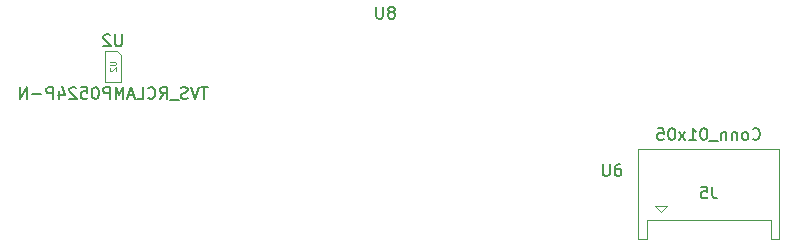
<source format=gbr>
G04 #@! TF.GenerationSoftware,KiCad,Pcbnew,7.0.9*
G04 #@! TF.CreationDate,2023-12-20T17:33:18-07:00*
G04 #@! TF.ProjectId,vb_controller_pcb,76625f63-6f6e-4747-926f-6c6c65725f70,4a*
G04 #@! TF.SameCoordinates,Original*
G04 #@! TF.FileFunction,AssemblyDrawing,Bot*
%FSLAX46Y46*%
G04 Gerber Fmt 4.6, Leading zero omitted, Abs format (unit mm)*
G04 Created by KiCad (PCBNEW 7.0.9) date 2023-12-20 17:33:18*
%MOMM*%
%LPD*%
G01*
G04 APERTURE LIST*
%ADD10C,0.150000*%
%ADD11C,0.075000*%
%ADD12C,0.100000*%
G04 APERTURE END LIST*
D10*
X172942590Y-144049819D02*
X172942590Y-144859342D01*
X172942590Y-144859342D02*
X172990209Y-144954580D01*
X172990209Y-144954580D02*
X173037828Y-145002200D01*
X173037828Y-145002200D02*
X173133066Y-145049819D01*
X173133066Y-145049819D02*
X173323542Y-145049819D01*
X173323542Y-145049819D02*
X173418780Y-145002200D01*
X173418780Y-145002200D02*
X173466399Y-144954580D01*
X173466399Y-144954580D02*
X173514018Y-144859342D01*
X173514018Y-144859342D02*
X173514018Y-144049819D01*
X174418780Y-144049819D02*
X174228304Y-144049819D01*
X174228304Y-144049819D02*
X174133066Y-144097438D01*
X174133066Y-144097438D02*
X174085447Y-144145057D01*
X174085447Y-144145057D02*
X173990209Y-144287914D01*
X173990209Y-144287914D02*
X173942590Y-144478390D01*
X173942590Y-144478390D02*
X173942590Y-144859342D01*
X173942590Y-144859342D02*
X173990209Y-144954580D01*
X173990209Y-144954580D02*
X174037828Y-145002200D01*
X174037828Y-145002200D02*
X174133066Y-145049819D01*
X174133066Y-145049819D02*
X174323542Y-145049819D01*
X174323542Y-145049819D02*
X174418780Y-145002200D01*
X174418780Y-145002200D02*
X174466399Y-144954580D01*
X174466399Y-144954580D02*
X174514018Y-144859342D01*
X174514018Y-144859342D02*
X174514018Y-144621247D01*
X174514018Y-144621247D02*
X174466399Y-144526009D01*
X174466399Y-144526009D02*
X174418780Y-144478390D01*
X174418780Y-144478390D02*
X174323542Y-144430771D01*
X174323542Y-144430771D02*
X174133066Y-144430771D01*
X174133066Y-144430771D02*
X174037828Y-144478390D01*
X174037828Y-144478390D02*
X173990209Y-144526009D01*
X173990209Y-144526009D02*
X173942590Y-144621247D01*
X153768095Y-130734819D02*
X153768095Y-131544342D01*
X153768095Y-131544342D02*
X153815714Y-131639580D01*
X153815714Y-131639580D02*
X153863333Y-131687200D01*
X153863333Y-131687200D02*
X153958571Y-131734819D01*
X153958571Y-131734819D02*
X154149047Y-131734819D01*
X154149047Y-131734819D02*
X154244285Y-131687200D01*
X154244285Y-131687200D02*
X154291904Y-131639580D01*
X154291904Y-131639580D02*
X154339523Y-131544342D01*
X154339523Y-131544342D02*
X154339523Y-130734819D01*
X154958571Y-131163390D02*
X154863333Y-131115771D01*
X154863333Y-131115771D02*
X154815714Y-131068152D01*
X154815714Y-131068152D02*
X154768095Y-130972914D01*
X154768095Y-130972914D02*
X154768095Y-130925295D01*
X154768095Y-130925295D02*
X154815714Y-130830057D01*
X154815714Y-130830057D02*
X154863333Y-130782438D01*
X154863333Y-130782438D02*
X154958571Y-130734819D01*
X154958571Y-130734819D02*
X155149047Y-130734819D01*
X155149047Y-130734819D02*
X155244285Y-130782438D01*
X155244285Y-130782438D02*
X155291904Y-130830057D01*
X155291904Y-130830057D02*
X155339523Y-130925295D01*
X155339523Y-130925295D02*
X155339523Y-130972914D01*
X155339523Y-130972914D02*
X155291904Y-131068152D01*
X155291904Y-131068152D02*
X155244285Y-131115771D01*
X155244285Y-131115771D02*
X155149047Y-131163390D01*
X155149047Y-131163390D02*
X154958571Y-131163390D01*
X154958571Y-131163390D02*
X154863333Y-131211009D01*
X154863333Y-131211009D02*
X154815714Y-131258628D01*
X154815714Y-131258628D02*
X154768095Y-131353866D01*
X154768095Y-131353866D02*
X154768095Y-131544342D01*
X154768095Y-131544342D02*
X154815714Y-131639580D01*
X154815714Y-131639580D02*
X154863333Y-131687200D01*
X154863333Y-131687200D02*
X154958571Y-131734819D01*
X154958571Y-131734819D02*
X155149047Y-131734819D01*
X155149047Y-131734819D02*
X155244285Y-131687200D01*
X155244285Y-131687200D02*
X155291904Y-131639580D01*
X155291904Y-131639580D02*
X155339523Y-131544342D01*
X155339523Y-131544342D02*
X155339523Y-131353866D01*
X155339523Y-131353866D02*
X155291904Y-131258628D01*
X155291904Y-131258628D02*
X155244285Y-131211009D01*
X155244285Y-131211009D02*
X155149047Y-131163390D01*
X132236904Y-133054819D02*
X132236904Y-133864342D01*
X132236904Y-133864342D02*
X132189285Y-133959580D01*
X132189285Y-133959580D02*
X132141666Y-134007200D01*
X132141666Y-134007200D02*
X132046428Y-134054819D01*
X132046428Y-134054819D02*
X131855952Y-134054819D01*
X131855952Y-134054819D02*
X131760714Y-134007200D01*
X131760714Y-134007200D02*
X131713095Y-133959580D01*
X131713095Y-133959580D02*
X131665476Y-133864342D01*
X131665476Y-133864342D02*
X131665476Y-133054819D01*
X131236904Y-133150057D02*
X131189285Y-133102438D01*
X131189285Y-133102438D02*
X131094047Y-133054819D01*
X131094047Y-133054819D02*
X130855952Y-133054819D01*
X130855952Y-133054819D02*
X130760714Y-133102438D01*
X130760714Y-133102438D02*
X130713095Y-133150057D01*
X130713095Y-133150057D02*
X130665476Y-133245295D01*
X130665476Y-133245295D02*
X130665476Y-133340533D01*
X130665476Y-133340533D02*
X130713095Y-133483390D01*
X130713095Y-133483390D02*
X131284523Y-134054819D01*
X131284523Y-134054819D02*
X130665476Y-134054819D01*
X139498809Y-137514819D02*
X138927381Y-137514819D01*
X139213095Y-138514819D02*
X139213095Y-137514819D01*
X138736904Y-137514819D02*
X138403571Y-138514819D01*
X138403571Y-138514819D02*
X138070238Y-137514819D01*
X137784523Y-138467200D02*
X137641666Y-138514819D01*
X137641666Y-138514819D02*
X137403571Y-138514819D01*
X137403571Y-138514819D02*
X137308333Y-138467200D01*
X137308333Y-138467200D02*
X137260714Y-138419580D01*
X137260714Y-138419580D02*
X137213095Y-138324342D01*
X137213095Y-138324342D02*
X137213095Y-138229104D01*
X137213095Y-138229104D02*
X137260714Y-138133866D01*
X137260714Y-138133866D02*
X137308333Y-138086247D01*
X137308333Y-138086247D02*
X137403571Y-138038628D01*
X137403571Y-138038628D02*
X137594047Y-137991009D01*
X137594047Y-137991009D02*
X137689285Y-137943390D01*
X137689285Y-137943390D02*
X137736904Y-137895771D01*
X137736904Y-137895771D02*
X137784523Y-137800533D01*
X137784523Y-137800533D02*
X137784523Y-137705295D01*
X137784523Y-137705295D02*
X137736904Y-137610057D01*
X137736904Y-137610057D02*
X137689285Y-137562438D01*
X137689285Y-137562438D02*
X137594047Y-137514819D01*
X137594047Y-137514819D02*
X137355952Y-137514819D01*
X137355952Y-137514819D02*
X137213095Y-137562438D01*
X137022619Y-138610057D02*
X136260714Y-138610057D01*
X135451190Y-138514819D02*
X135784523Y-138038628D01*
X136022618Y-138514819D02*
X136022618Y-137514819D01*
X136022618Y-137514819D02*
X135641666Y-137514819D01*
X135641666Y-137514819D02*
X135546428Y-137562438D01*
X135546428Y-137562438D02*
X135498809Y-137610057D01*
X135498809Y-137610057D02*
X135451190Y-137705295D01*
X135451190Y-137705295D02*
X135451190Y-137848152D01*
X135451190Y-137848152D02*
X135498809Y-137943390D01*
X135498809Y-137943390D02*
X135546428Y-137991009D01*
X135546428Y-137991009D02*
X135641666Y-138038628D01*
X135641666Y-138038628D02*
X136022618Y-138038628D01*
X134451190Y-138419580D02*
X134498809Y-138467200D01*
X134498809Y-138467200D02*
X134641666Y-138514819D01*
X134641666Y-138514819D02*
X134736904Y-138514819D01*
X134736904Y-138514819D02*
X134879761Y-138467200D01*
X134879761Y-138467200D02*
X134974999Y-138371961D01*
X134974999Y-138371961D02*
X135022618Y-138276723D01*
X135022618Y-138276723D02*
X135070237Y-138086247D01*
X135070237Y-138086247D02*
X135070237Y-137943390D01*
X135070237Y-137943390D02*
X135022618Y-137752914D01*
X135022618Y-137752914D02*
X134974999Y-137657676D01*
X134974999Y-137657676D02*
X134879761Y-137562438D01*
X134879761Y-137562438D02*
X134736904Y-137514819D01*
X134736904Y-137514819D02*
X134641666Y-137514819D01*
X134641666Y-137514819D02*
X134498809Y-137562438D01*
X134498809Y-137562438D02*
X134451190Y-137610057D01*
X133546428Y-138514819D02*
X134022618Y-138514819D01*
X134022618Y-138514819D02*
X134022618Y-137514819D01*
X133260713Y-138229104D02*
X132784523Y-138229104D01*
X133355951Y-138514819D02*
X133022618Y-137514819D01*
X133022618Y-137514819D02*
X132689285Y-138514819D01*
X132355951Y-138514819D02*
X132355951Y-137514819D01*
X132355951Y-137514819D02*
X132022618Y-138229104D01*
X132022618Y-138229104D02*
X131689285Y-137514819D01*
X131689285Y-137514819D02*
X131689285Y-138514819D01*
X131213094Y-138514819D02*
X131213094Y-137514819D01*
X131213094Y-137514819D02*
X130832142Y-137514819D01*
X130832142Y-137514819D02*
X130736904Y-137562438D01*
X130736904Y-137562438D02*
X130689285Y-137610057D01*
X130689285Y-137610057D02*
X130641666Y-137705295D01*
X130641666Y-137705295D02*
X130641666Y-137848152D01*
X130641666Y-137848152D02*
X130689285Y-137943390D01*
X130689285Y-137943390D02*
X130736904Y-137991009D01*
X130736904Y-137991009D02*
X130832142Y-138038628D01*
X130832142Y-138038628D02*
X131213094Y-138038628D01*
X130022618Y-137514819D02*
X129927380Y-137514819D01*
X129927380Y-137514819D02*
X129832142Y-137562438D01*
X129832142Y-137562438D02*
X129784523Y-137610057D01*
X129784523Y-137610057D02*
X129736904Y-137705295D01*
X129736904Y-137705295D02*
X129689285Y-137895771D01*
X129689285Y-137895771D02*
X129689285Y-138133866D01*
X129689285Y-138133866D02*
X129736904Y-138324342D01*
X129736904Y-138324342D02*
X129784523Y-138419580D01*
X129784523Y-138419580D02*
X129832142Y-138467200D01*
X129832142Y-138467200D02*
X129927380Y-138514819D01*
X129927380Y-138514819D02*
X130022618Y-138514819D01*
X130022618Y-138514819D02*
X130117856Y-138467200D01*
X130117856Y-138467200D02*
X130165475Y-138419580D01*
X130165475Y-138419580D02*
X130213094Y-138324342D01*
X130213094Y-138324342D02*
X130260713Y-138133866D01*
X130260713Y-138133866D02*
X130260713Y-137895771D01*
X130260713Y-137895771D02*
X130213094Y-137705295D01*
X130213094Y-137705295D02*
X130165475Y-137610057D01*
X130165475Y-137610057D02*
X130117856Y-137562438D01*
X130117856Y-137562438D02*
X130022618Y-137514819D01*
X128784523Y-137514819D02*
X129260713Y-137514819D01*
X129260713Y-137514819D02*
X129308332Y-137991009D01*
X129308332Y-137991009D02*
X129260713Y-137943390D01*
X129260713Y-137943390D02*
X129165475Y-137895771D01*
X129165475Y-137895771D02*
X128927380Y-137895771D01*
X128927380Y-137895771D02*
X128832142Y-137943390D01*
X128832142Y-137943390D02*
X128784523Y-137991009D01*
X128784523Y-137991009D02*
X128736904Y-138086247D01*
X128736904Y-138086247D02*
X128736904Y-138324342D01*
X128736904Y-138324342D02*
X128784523Y-138419580D01*
X128784523Y-138419580D02*
X128832142Y-138467200D01*
X128832142Y-138467200D02*
X128927380Y-138514819D01*
X128927380Y-138514819D02*
X129165475Y-138514819D01*
X129165475Y-138514819D02*
X129260713Y-138467200D01*
X129260713Y-138467200D02*
X129308332Y-138419580D01*
X128355951Y-137610057D02*
X128308332Y-137562438D01*
X128308332Y-137562438D02*
X128213094Y-137514819D01*
X128213094Y-137514819D02*
X127974999Y-137514819D01*
X127974999Y-137514819D02*
X127879761Y-137562438D01*
X127879761Y-137562438D02*
X127832142Y-137610057D01*
X127832142Y-137610057D02*
X127784523Y-137705295D01*
X127784523Y-137705295D02*
X127784523Y-137800533D01*
X127784523Y-137800533D02*
X127832142Y-137943390D01*
X127832142Y-137943390D02*
X128403570Y-138514819D01*
X128403570Y-138514819D02*
X127784523Y-138514819D01*
X126927380Y-137848152D02*
X126927380Y-138514819D01*
X127165475Y-137467200D02*
X127403570Y-138181485D01*
X127403570Y-138181485D02*
X126784523Y-138181485D01*
X126403570Y-138514819D02*
X126403570Y-137514819D01*
X126403570Y-137514819D02*
X126022618Y-137514819D01*
X126022618Y-137514819D02*
X125927380Y-137562438D01*
X125927380Y-137562438D02*
X125879761Y-137610057D01*
X125879761Y-137610057D02*
X125832142Y-137705295D01*
X125832142Y-137705295D02*
X125832142Y-137848152D01*
X125832142Y-137848152D02*
X125879761Y-137943390D01*
X125879761Y-137943390D02*
X125927380Y-137991009D01*
X125927380Y-137991009D02*
X126022618Y-138038628D01*
X126022618Y-138038628D02*
X126403570Y-138038628D01*
X125403570Y-138133866D02*
X124641666Y-138133866D01*
X124165475Y-138514819D02*
X124165475Y-137514819D01*
X124165475Y-137514819D02*
X123594047Y-138514819D01*
X123594047Y-138514819D02*
X123594047Y-137514819D01*
D11*
X131202409Y-135389047D02*
X131607171Y-135389047D01*
X131607171Y-135389047D02*
X131654790Y-135412857D01*
X131654790Y-135412857D02*
X131678600Y-135436666D01*
X131678600Y-135436666D02*
X131702409Y-135484285D01*
X131702409Y-135484285D02*
X131702409Y-135579523D01*
X131702409Y-135579523D02*
X131678600Y-135627142D01*
X131678600Y-135627142D02*
X131654790Y-135650952D01*
X131654790Y-135650952D02*
X131607171Y-135674761D01*
X131607171Y-135674761D02*
X131202409Y-135674761D01*
X131250028Y-135889048D02*
X131226219Y-135912857D01*
X131226219Y-135912857D02*
X131202409Y-135960476D01*
X131202409Y-135960476D02*
X131202409Y-136079524D01*
X131202409Y-136079524D02*
X131226219Y-136127143D01*
X131226219Y-136127143D02*
X131250028Y-136150952D01*
X131250028Y-136150952D02*
X131297647Y-136174762D01*
X131297647Y-136174762D02*
X131345266Y-136174762D01*
X131345266Y-136174762D02*
X131416695Y-136150952D01*
X131416695Y-136150952D02*
X131702409Y-135865238D01*
X131702409Y-135865238D02*
X131702409Y-136174762D01*
D10*
X185638095Y-141909580D02*
X185685714Y-141957200D01*
X185685714Y-141957200D02*
X185828571Y-142004819D01*
X185828571Y-142004819D02*
X185923809Y-142004819D01*
X185923809Y-142004819D02*
X186066666Y-141957200D01*
X186066666Y-141957200D02*
X186161904Y-141861961D01*
X186161904Y-141861961D02*
X186209523Y-141766723D01*
X186209523Y-141766723D02*
X186257142Y-141576247D01*
X186257142Y-141576247D02*
X186257142Y-141433390D01*
X186257142Y-141433390D02*
X186209523Y-141242914D01*
X186209523Y-141242914D02*
X186161904Y-141147676D01*
X186161904Y-141147676D02*
X186066666Y-141052438D01*
X186066666Y-141052438D02*
X185923809Y-141004819D01*
X185923809Y-141004819D02*
X185828571Y-141004819D01*
X185828571Y-141004819D02*
X185685714Y-141052438D01*
X185685714Y-141052438D02*
X185638095Y-141100057D01*
X185066666Y-142004819D02*
X185161904Y-141957200D01*
X185161904Y-141957200D02*
X185209523Y-141909580D01*
X185209523Y-141909580D02*
X185257142Y-141814342D01*
X185257142Y-141814342D02*
X185257142Y-141528628D01*
X185257142Y-141528628D02*
X185209523Y-141433390D01*
X185209523Y-141433390D02*
X185161904Y-141385771D01*
X185161904Y-141385771D02*
X185066666Y-141338152D01*
X185066666Y-141338152D02*
X184923809Y-141338152D01*
X184923809Y-141338152D02*
X184828571Y-141385771D01*
X184828571Y-141385771D02*
X184780952Y-141433390D01*
X184780952Y-141433390D02*
X184733333Y-141528628D01*
X184733333Y-141528628D02*
X184733333Y-141814342D01*
X184733333Y-141814342D02*
X184780952Y-141909580D01*
X184780952Y-141909580D02*
X184828571Y-141957200D01*
X184828571Y-141957200D02*
X184923809Y-142004819D01*
X184923809Y-142004819D02*
X185066666Y-142004819D01*
X184304761Y-141338152D02*
X184304761Y-142004819D01*
X184304761Y-141433390D02*
X184257142Y-141385771D01*
X184257142Y-141385771D02*
X184161904Y-141338152D01*
X184161904Y-141338152D02*
X184019047Y-141338152D01*
X184019047Y-141338152D02*
X183923809Y-141385771D01*
X183923809Y-141385771D02*
X183876190Y-141481009D01*
X183876190Y-141481009D02*
X183876190Y-142004819D01*
X183399999Y-141338152D02*
X183399999Y-142004819D01*
X183399999Y-141433390D02*
X183352380Y-141385771D01*
X183352380Y-141385771D02*
X183257142Y-141338152D01*
X183257142Y-141338152D02*
X183114285Y-141338152D01*
X183114285Y-141338152D02*
X183019047Y-141385771D01*
X183019047Y-141385771D02*
X182971428Y-141481009D01*
X182971428Y-141481009D02*
X182971428Y-142004819D01*
X182733333Y-142100057D02*
X181971428Y-142100057D01*
X181542856Y-141004819D02*
X181447618Y-141004819D01*
X181447618Y-141004819D02*
X181352380Y-141052438D01*
X181352380Y-141052438D02*
X181304761Y-141100057D01*
X181304761Y-141100057D02*
X181257142Y-141195295D01*
X181257142Y-141195295D02*
X181209523Y-141385771D01*
X181209523Y-141385771D02*
X181209523Y-141623866D01*
X181209523Y-141623866D02*
X181257142Y-141814342D01*
X181257142Y-141814342D02*
X181304761Y-141909580D01*
X181304761Y-141909580D02*
X181352380Y-141957200D01*
X181352380Y-141957200D02*
X181447618Y-142004819D01*
X181447618Y-142004819D02*
X181542856Y-142004819D01*
X181542856Y-142004819D02*
X181638094Y-141957200D01*
X181638094Y-141957200D02*
X181685713Y-141909580D01*
X181685713Y-141909580D02*
X181733332Y-141814342D01*
X181733332Y-141814342D02*
X181780951Y-141623866D01*
X181780951Y-141623866D02*
X181780951Y-141385771D01*
X181780951Y-141385771D02*
X181733332Y-141195295D01*
X181733332Y-141195295D02*
X181685713Y-141100057D01*
X181685713Y-141100057D02*
X181638094Y-141052438D01*
X181638094Y-141052438D02*
X181542856Y-141004819D01*
X180257142Y-142004819D02*
X180828570Y-142004819D01*
X180542856Y-142004819D02*
X180542856Y-141004819D01*
X180542856Y-141004819D02*
X180638094Y-141147676D01*
X180638094Y-141147676D02*
X180733332Y-141242914D01*
X180733332Y-141242914D02*
X180828570Y-141290533D01*
X179923808Y-142004819D02*
X179399999Y-141338152D01*
X179923808Y-141338152D02*
X179399999Y-142004819D01*
X178828570Y-141004819D02*
X178733332Y-141004819D01*
X178733332Y-141004819D02*
X178638094Y-141052438D01*
X178638094Y-141052438D02*
X178590475Y-141100057D01*
X178590475Y-141100057D02*
X178542856Y-141195295D01*
X178542856Y-141195295D02*
X178495237Y-141385771D01*
X178495237Y-141385771D02*
X178495237Y-141623866D01*
X178495237Y-141623866D02*
X178542856Y-141814342D01*
X178542856Y-141814342D02*
X178590475Y-141909580D01*
X178590475Y-141909580D02*
X178638094Y-141957200D01*
X178638094Y-141957200D02*
X178733332Y-142004819D01*
X178733332Y-142004819D02*
X178828570Y-142004819D01*
X178828570Y-142004819D02*
X178923808Y-141957200D01*
X178923808Y-141957200D02*
X178971427Y-141909580D01*
X178971427Y-141909580D02*
X179019046Y-141814342D01*
X179019046Y-141814342D02*
X179066665Y-141623866D01*
X179066665Y-141623866D02*
X179066665Y-141385771D01*
X179066665Y-141385771D02*
X179019046Y-141195295D01*
X179019046Y-141195295D02*
X178971427Y-141100057D01*
X178971427Y-141100057D02*
X178923808Y-141052438D01*
X178923808Y-141052438D02*
X178828570Y-141004819D01*
X177590475Y-141004819D02*
X178066665Y-141004819D01*
X178066665Y-141004819D02*
X178114284Y-141481009D01*
X178114284Y-141481009D02*
X178066665Y-141433390D01*
X178066665Y-141433390D02*
X177971427Y-141385771D01*
X177971427Y-141385771D02*
X177733332Y-141385771D01*
X177733332Y-141385771D02*
X177638094Y-141433390D01*
X177638094Y-141433390D02*
X177590475Y-141481009D01*
X177590475Y-141481009D02*
X177542856Y-141576247D01*
X177542856Y-141576247D02*
X177542856Y-141814342D01*
X177542856Y-141814342D02*
X177590475Y-141909580D01*
X177590475Y-141909580D02*
X177638094Y-141957200D01*
X177638094Y-141957200D02*
X177733332Y-142004819D01*
X177733332Y-142004819D02*
X177971427Y-142004819D01*
X177971427Y-142004819D02*
X178066665Y-141957200D01*
X178066665Y-141957200D02*
X178114284Y-141909580D01*
X182233333Y-145954819D02*
X182233333Y-146669104D01*
X182233333Y-146669104D02*
X182280952Y-146811961D01*
X182280952Y-146811961D02*
X182376190Y-146907200D01*
X182376190Y-146907200D02*
X182519047Y-146954819D01*
X182519047Y-146954819D02*
X182614285Y-146954819D01*
X181280952Y-145954819D02*
X181757142Y-145954819D01*
X181757142Y-145954819D02*
X181804761Y-146431009D01*
X181804761Y-146431009D02*
X181757142Y-146383390D01*
X181757142Y-146383390D02*
X181661904Y-146335771D01*
X181661904Y-146335771D02*
X181423809Y-146335771D01*
X181423809Y-146335771D02*
X181328571Y-146383390D01*
X181328571Y-146383390D02*
X181280952Y-146431009D01*
X181280952Y-146431009D02*
X181233333Y-146526247D01*
X181233333Y-146526247D02*
X181233333Y-146764342D01*
X181233333Y-146764342D02*
X181280952Y-146859580D01*
X181280952Y-146859580D02*
X181328571Y-146907200D01*
X181328571Y-146907200D02*
X181423809Y-146954819D01*
X181423809Y-146954819D02*
X181661904Y-146954819D01*
X181661904Y-146954819D02*
X181757142Y-146907200D01*
X181757142Y-146907200D02*
X181804761Y-146859580D01*
D12*
X132150000Y-137070000D02*
X132150000Y-134820000D01*
X132150000Y-134820000D02*
X131775000Y-134470000D01*
X131775000Y-134470000D02*
X130800000Y-134470000D01*
X130800000Y-137070000D02*
X132150000Y-137070000D01*
X130800000Y-134470000D02*
X130800000Y-137070000D01*
X175950000Y-142750000D02*
X187850000Y-142750000D01*
X175950000Y-150350000D02*
X175950000Y-142750000D01*
X176650000Y-148750000D02*
X176650000Y-150350000D01*
X176650000Y-150350000D02*
X175950000Y-150350000D01*
X177400000Y-147625000D02*
X178400000Y-147625000D01*
X177900000Y-148125000D02*
X177400000Y-147625000D01*
X178400000Y-147625000D02*
X177900000Y-148125000D01*
X187150000Y-148750000D02*
X176650000Y-148750000D01*
X187150000Y-150350000D02*
X187150000Y-148750000D01*
X187850000Y-142750000D02*
X187850000Y-150350000D01*
X187850000Y-150350000D02*
X187150000Y-150350000D01*
M02*

</source>
